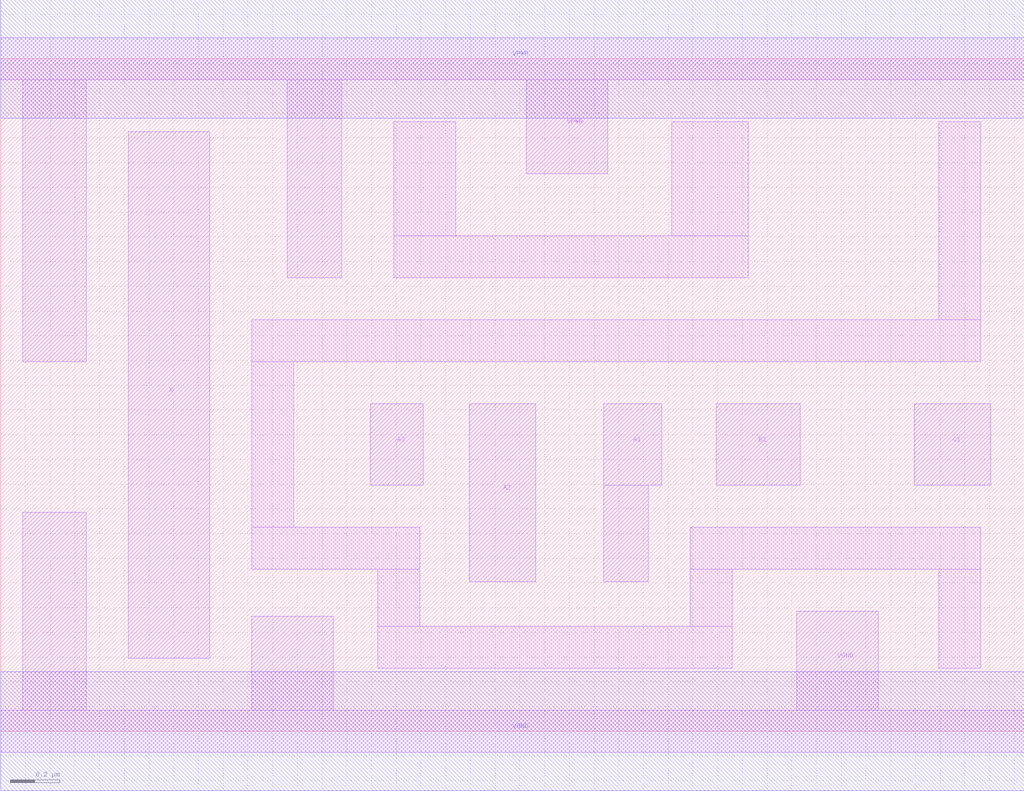
<source format=lef>
# Copyright 2020 The SkyWater PDK Authors
#
# Licensed under the Apache License, Version 2.0 (the "License");
# you may not use this file except in compliance with the License.
# You may obtain a copy of the License at
#
#     https://www.apache.org/licenses/LICENSE-2.0
#
# Unless required by applicable law or agreed to in writing, software
# distributed under the License is distributed on an "AS IS" BASIS,
# WITHOUT WARRANTIES OR CONDITIONS OF ANY KIND, either express or implied.
# See the License for the specific language governing permissions and
# limitations under the License.
#
# SPDX-License-Identifier: Apache-2.0

VERSION 5.5 ;
NAMESCASESENSITIVE ON ;
BUSBITCHARS "[]" ;
DIVIDERCHAR "/" ;
MACRO sky130_fd_sc_hd__a311o_2
  CLASS CORE ;
  SOURCE USER ;
  ORIGIN  0.000000  0.000000 ;
  SIZE  4.140000 BY  2.720000 ;
  SYMMETRY X Y R90 ;
  SITE unithd ;
  PIN A1
    ANTENNAGATEAREA  0.247500 ;
    DIRECTION INPUT ;
    USE SIGNAL ;
    PORT
      LAYER li1 ;
        RECT 2.440000 0.605000 2.620000 0.995000 ;
        RECT 2.440000 0.995000 2.675000 1.325000 ;
    END
  END A1
  PIN A2
    ANTENNAGATEAREA  0.247500 ;
    DIRECTION INPUT ;
    USE SIGNAL ;
    PORT
      LAYER li1 ;
        RECT 1.895000 0.605000 2.165000 1.325000 ;
    END
  END A2
  PIN A3
    ANTENNAGATEAREA  0.247500 ;
    DIRECTION INPUT ;
    USE SIGNAL ;
    PORT
      LAYER li1 ;
        RECT 1.495000 0.995000 1.710000 1.325000 ;
    END
  END A3
  PIN B1
    ANTENNAGATEAREA  0.247500 ;
    DIRECTION INPUT ;
    USE SIGNAL ;
    PORT
      LAYER li1 ;
        RECT 2.895000 0.995000 3.235000 1.325000 ;
    END
  END B1
  PIN C1
    ANTENNAGATEAREA  0.247500 ;
    DIRECTION INPUT ;
    USE SIGNAL ;
    PORT
      LAYER li1 ;
        RECT 3.695000 0.995000 4.005000 1.325000 ;
    END
  END C1
  PIN X
    ANTENNADIFFAREA  0.445500 ;
    DIRECTION OUTPUT ;
    USE SIGNAL ;
    PORT
      LAYER li1 ;
        RECT 0.515000 0.295000 0.845000 2.425000 ;
    END
  END X
  PIN VGND
    DIRECTION INOUT ;
    SHAPE ABUTMENT ;
    USE GROUND ;
    PORT
      LAYER li1 ;
        RECT 0.000000 -0.085000 4.140000 0.085000 ;
        RECT 0.090000  0.085000 0.345000 0.885000 ;
        RECT 1.015000  0.085000 1.345000 0.465000 ;
        RECT 3.220000  0.085000 3.550000 0.485000 ;
    END
    PORT
      LAYER met1 ;
        RECT 0.000000 -0.240000 4.140000 0.240000 ;
    END
  END VGND
  PIN VPWR
    DIRECTION INOUT ;
    SHAPE ABUTMENT ;
    USE POWER ;
    PORT
      LAYER li1 ;
        RECT 0.000000 2.635000 4.140000 2.805000 ;
        RECT 0.090000 1.495000 0.345000 2.635000 ;
        RECT 1.160000 1.835000 1.380000 2.635000 ;
        RECT 2.125000 2.255000 2.455000 2.635000 ;
    END
    PORT
      LAYER met1 ;
        RECT 0.000000 2.480000 4.140000 2.960000 ;
    END
  END VPWR
  OBS
    LAYER li1 ;
      RECT 1.015000 0.655000 1.695000 0.825000 ;
      RECT 1.015000 0.825000 1.185000 1.495000 ;
      RECT 1.015000 1.495000 3.965000 1.665000 ;
      RECT 1.525000 0.255000 2.960000 0.425000 ;
      RECT 1.525000 0.425000 1.695000 0.655000 ;
      RECT 1.590000 1.835000 3.025000 2.005000 ;
      RECT 1.590000 2.005000 1.840000 2.465000 ;
      RECT 2.715000 2.005000 3.025000 2.465000 ;
      RECT 2.790000 0.425000 2.960000 0.655000 ;
      RECT 2.790000 0.655000 3.965000 0.825000 ;
      RECT 3.795000 0.255000 3.965000 0.655000 ;
      RECT 3.795000 1.665000 3.965000 2.465000 ;
  END
END sky130_fd_sc_hd__a311o_2
END LIBRARY

</source>
